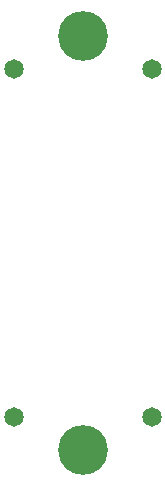
<source format=gtl>
G75*
G70*
%OFA0B0*%
%FSLAX24Y24*%
%IPPOS*%
%LPD*%
%AMOC8*
5,1,8,0,0,1.08239X$1,22.5*
%
%ADD10C,0.1660*%
%ADD11C,0.0650*%
D10*
X010101Y040201D03*
X010101Y026401D03*
D11*
X012401Y039101D03*
X007801Y039101D03*
X007801Y027501D03*
X012401Y027501D03*
M02*

</source>
